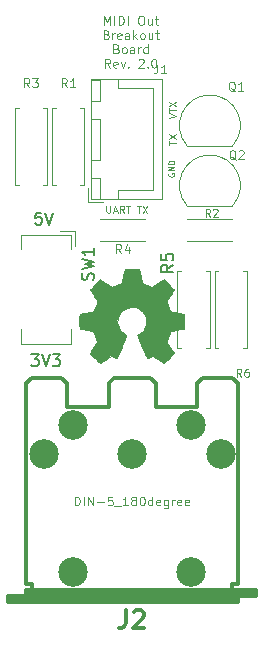
<source format=gbr>
%TF.GenerationSoftware,KiCad,Pcbnew,6.0.8-f2edbf62ab~116~ubuntu20.04.1*%
%TF.CreationDate,2022-11-14T20:46:32+01:00*%
%TF.ProjectId,MIDI_OUT,4d494449-5f4f-4555-942e-6b696361645f,2.0*%
%TF.SameCoordinates,Original*%
%TF.FileFunction,Legend,Top*%
%TF.FilePolarity,Positive*%
%FSLAX46Y46*%
G04 Gerber Fmt 4.6, Leading zero omitted, Abs format (unit mm)*
G04 Created by KiCad (PCBNEW 6.0.8-f2edbf62ab~116~ubuntu20.04.1) date 2022-11-14 20:46:32*
%MOMM*%
%LPD*%
G01*
G04 APERTURE LIST*
%ADD10C,0.125000*%
%ADD11C,0.150000*%
%ADD12C,0.100000*%
%ADD13C,0.304800*%
%ADD14C,0.120000*%
%ADD15C,0.010000*%
%ADD16C,2.499360*%
G04 APERTURE END LIST*
D10*
X77829753Y-58724752D02*
X77805943Y-58772371D01*
X77805943Y-58843800D01*
X77829753Y-58915228D01*
X77877372Y-58962847D01*
X77924991Y-58986657D01*
X78020229Y-59010466D01*
X78091657Y-59010466D01*
X78186895Y-58986657D01*
X78234514Y-58962847D01*
X78282133Y-58915228D01*
X78305943Y-58843800D01*
X78305943Y-58796180D01*
X78282133Y-58724752D01*
X78258324Y-58700942D01*
X78091657Y-58700942D01*
X78091657Y-58796180D01*
X78305943Y-58486657D02*
X77805943Y-58486657D01*
X78305943Y-58200942D01*
X77805943Y-58200942D01*
X78305943Y-57962847D02*
X77805943Y-57962847D01*
X77805943Y-57843800D01*
X77829753Y-57772371D01*
X77877372Y-57724752D01*
X77924991Y-57700942D01*
X78020229Y-57677133D01*
X78091657Y-57677133D01*
X78186895Y-57700942D01*
X78234514Y-57724752D01*
X78282133Y-57772371D01*
X78305943Y-57843800D01*
X78305943Y-57962847D01*
D11*
X67035163Y-62063380D02*
X66558973Y-62063380D01*
X66511354Y-62539571D01*
X66558973Y-62491952D01*
X66654211Y-62444333D01*
X66892306Y-62444333D01*
X66987544Y-62491952D01*
X67035163Y-62539571D01*
X67082782Y-62634809D01*
X67082782Y-62872904D01*
X67035163Y-62968142D01*
X66987544Y-63015761D01*
X66892306Y-63063380D01*
X66654211Y-63063380D01*
X66558973Y-63015761D01*
X66511354Y-62968142D01*
X67368497Y-62063380D02*
X67701830Y-63063380D01*
X68035163Y-62063380D01*
D12*
X77812931Y-56300943D02*
X77812931Y-55958086D01*
X78412931Y-56129515D02*
X77812931Y-56129515D01*
X77812931Y-55815229D02*
X78412931Y-55415229D01*
X77812931Y-55415229D02*
X78412931Y-55815229D01*
X72553040Y-61469628D02*
X72553040Y-61955342D01*
X72581611Y-62012485D01*
X72610182Y-62041057D01*
X72667325Y-62069628D01*
X72781611Y-62069628D01*
X72838754Y-62041057D01*
X72867325Y-62012485D01*
X72895897Y-61955342D01*
X72895897Y-61469628D01*
X73153040Y-61898200D02*
X73438754Y-61898200D01*
X73095897Y-62069628D02*
X73295897Y-61469628D01*
X73495897Y-62069628D01*
X74038754Y-62069628D02*
X73838754Y-61783914D01*
X73695897Y-62069628D02*
X73695897Y-61469628D01*
X73924468Y-61469628D01*
X73981611Y-61498200D01*
X74010182Y-61526771D01*
X74038754Y-61583914D01*
X74038754Y-61669628D01*
X74010182Y-61726771D01*
X73981611Y-61755342D01*
X73924468Y-61783914D01*
X73695897Y-61783914D01*
X74210182Y-61469628D02*
X74553040Y-61469628D01*
X74381611Y-62069628D02*
X74381611Y-61469628D01*
X75124468Y-61469628D02*
X75467325Y-61469628D01*
X75295897Y-62069628D02*
X75295897Y-61469628D01*
X75610182Y-61469628D02*
X76010182Y-62069628D01*
X76010182Y-61469628D02*
X75610182Y-62069628D01*
D11*
X66190744Y-74052180D02*
X66809792Y-74052180D01*
X66476459Y-74433133D01*
X66619316Y-74433133D01*
X66714554Y-74480752D01*
X66762173Y-74528371D01*
X66809792Y-74623609D01*
X66809792Y-74861704D01*
X66762173Y-74956942D01*
X66714554Y-75004561D01*
X66619316Y-75052180D01*
X66333601Y-75052180D01*
X66238363Y-75004561D01*
X66190744Y-74956942D01*
X67095506Y-74052180D02*
X67428840Y-75052180D01*
X67762173Y-74052180D01*
X68000268Y-74052180D02*
X68619316Y-74052180D01*
X68285982Y-74433133D01*
X68428840Y-74433133D01*
X68524078Y-74480752D01*
X68571697Y-74528371D01*
X68619316Y-74623609D01*
X68619316Y-74861704D01*
X68571697Y-74956942D01*
X68524078Y-75004561D01*
X68428840Y-75052180D01*
X68143125Y-75052180D01*
X68047887Y-75004561D01*
X68000268Y-74956942D01*
D12*
X77812931Y-54058086D02*
X78412931Y-53858086D01*
X77812931Y-53658086D01*
X77812931Y-53543801D02*
X77812931Y-53200943D01*
X78412931Y-53372372D02*
X77812931Y-53372372D01*
X77812931Y-53058086D02*
X78412931Y-52658086D01*
X77812931Y-52658086D02*
X78412931Y-53058086D01*
X72377354Y-46153035D02*
X72377354Y-45403035D01*
X72627354Y-45938750D01*
X72877354Y-45403035D01*
X72877354Y-46153035D01*
X73234497Y-46153035D02*
X73234497Y-45403035D01*
X73591640Y-46153035D02*
X73591640Y-45403035D01*
X73770211Y-45403035D01*
X73877354Y-45438750D01*
X73948782Y-45510178D01*
X73984497Y-45581607D01*
X74020211Y-45724464D01*
X74020211Y-45831607D01*
X73984497Y-45974464D01*
X73948782Y-46045892D01*
X73877354Y-46117321D01*
X73770211Y-46153035D01*
X73591640Y-46153035D01*
X74341640Y-46153035D02*
X74341640Y-45403035D01*
X75413068Y-45403035D02*
X75555925Y-45403035D01*
X75627354Y-45438750D01*
X75698782Y-45510178D01*
X75734497Y-45653035D01*
X75734497Y-45903035D01*
X75698782Y-46045892D01*
X75627354Y-46117321D01*
X75555925Y-46153035D01*
X75413068Y-46153035D01*
X75341640Y-46117321D01*
X75270211Y-46045892D01*
X75234497Y-45903035D01*
X75234497Y-45653035D01*
X75270211Y-45510178D01*
X75341640Y-45438750D01*
X75413068Y-45403035D01*
X76377354Y-45653035D02*
X76377354Y-46153035D01*
X76055925Y-45653035D02*
X76055925Y-46045892D01*
X76091640Y-46117321D01*
X76163068Y-46153035D01*
X76270211Y-46153035D01*
X76341640Y-46117321D01*
X76377354Y-46081607D01*
X76627354Y-45653035D02*
X76913068Y-45653035D01*
X76734497Y-45403035D02*
X76734497Y-46045892D01*
X76770211Y-46117321D01*
X76841640Y-46153035D01*
X76913068Y-46153035D01*
X72555925Y-46967678D02*
X72663068Y-47003392D01*
X72698782Y-47039107D01*
X72734497Y-47110535D01*
X72734497Y-47217678D01*
X72698782Y-47289107D01*
X72663068Y-47324821D01*
X72591640Y-47360535D01*
X72305925Y-47360535D01*
X72305925Y-46610535D01*
X72555925Y-46610535D01*
X72627354Y-46646250D01*
X72663068Y-46681964D01*
X72698782Y-46753392D01*
X72698782Y-46824821D01*
X72663068Y-46896250D01*
X72627354Y-46931964D01*
X72555925Y-46967678D01*
X72305925Y-46967678D01*
X73055925Y-47360535D02*
X73055925Y-46860535D01*
X73055925Y-47003392D02*
X73091640Y-46931964D01*
X73127354Y-46896250D01*
X73198782Y-46860535D01*
X73270211Y-46860535D01*
X73805925Y-47324821D02*
X73734497Y-47360535D01*
X73591640Y-47360535D01*
X73520211Y-47324821D01*
X73484497Y-47253392D01*
X73484497Y-46967678D01*
X73520211Y-46896250D01*
X73591640Y-46860535D01*
X73734497Y-46860535D01*
X73805925Y-46896250D01*
X73841640Y-46967678D01*
X73841640Y-47039107D01*
X73484497Y-47110535D01*
X74484497Y-47360535D02*
X74484497Y-46967678D01*
X74448782Y-46896250D01*
X74377354Y-46860535D01*
X74234497Y-46860535D01*
X74163068Y-46896250D01*
X74484497Y-47324821D02*
X74413068Y-47360535D01*
X74234497Y-47360535D01*
X74163068Y-47324821D01*
X74127354Y-47253392D01*
X74127354Y-47181964D01*
X74163068Y-47110535D01*
X74234497Y-47074821D01*
X74413068Y-47074821D01*
X74484497Y-47039107D01*
X74841640Y-47360535D02*
X74841640Y-46610535D01*
X74913068Y-47074821D02*
X75127354Y-47360535D01*
X75127354Y-46860535D02*
X74841640Y-47146250D01*
X75555925Y-47360535D02*
X75484497Y-47324821D01*
X75448782Y-47289107D01*
X75413068Y-47217678D01*
X75413068Y-47003392D01*
X75448782Y-46931964D01*
X75484497Y-46896250D01*
X75555925Y-46860535D01*
X75663068Y-46860535D01*
X75734497Y-46896250D01*
X75770211Y-46931964D01*
X75805925Y-47003392D01*
X75805925Y-47217678D01*
X75770211Y-47289107D01*
X75734497Y-47324821D01*
X75663068Y-47360535D01*
X75555925Y-47360535D01*
X76448782Y-46860535D02*
X76448782Y-47360535D01*
X76127354Y-46860535D02*
X76127354Y-47253392D01*
X76163068Y-47324821D01*
X76234497Y-47360535D01*
X76341640Y-47360535D01*
X76413068Y-47324821D01*
X76448782Y-47289107D01*
X76698782Y-46860535D02*
X76984497Y-46860535D01*
X76805925Y-46610535D02*
X76805925Y-47253392D01*
X76841640Y-47324821D01*
X76913068Y-47360535D01*
X76984497Y-47360535D01*
X73395211Y-48175178D02*
X73502354Y-48210892D01*
X73538068Y-48246607D01*
X73573782Y-48318035D01*
X73573782Y-48425178D01*
X73538068Y-48496607D01*
X73502354Y-48532321D01*
X73430925Y-48568035D01*
X73145211Y-48568035D01*
X73145211Y-47818035D01*
X73395211Y-47818035D01*
X73466640Y-47853750D01*
X73502354Y-47889464D01*
X73538068Y-47960892D01*
X73538068Y-48032321D01*
X73502354Y-48103750D01*
X73466640Y-48139464D01*
X73395211Y-48175178D01*
X73145211Y-48175178D01*
X74002354Y-48568035D02*
X73930925Y-48532321D01*
X73895211Y-48496607D01*
X73859497Y-48425178D01*
X73859497Y-48210892D01*
X73895211Y-48139464D01*
X73930925Y-48103750D01*
X74002354Y-48068035D01*
X74109497Y-48068035D01*
X74180925Y-48103750D01*
X74216640Y-48139464D01*
X74252354Y-48210892D01*
X74252354Y-48425178D01*
X74216640Y-48496607D01*
X74180925Y-48532321D01*
X74109497Y-48568035D01*
X74002354Y-48568035D01*
X74895211Y-48568035D02*
X74895211Y-48175178D01*
X74859497Y-48103750D01*
X74788068Y-48068035D01*
X74645211Y-48068035D01*
X74573782Y-48103750D01*
X74895211Y-48532321D02*
X74823782Y-48568035D01*
X74645211Y-48568035D01*
X74573782Y-48532321D01*
X74538068Y-48460892D01*
X74538068Y-48389464D01*
X74573782Y-48318035D01*
X74645211Y-48282321D01*
X74823782Y-48282321D01*
X74895211Y-48246607D01*
X75252354Y-48568035D02*
X75252354Y-48068035D01*
X75252354Y-48210892D02*
X75288068Y-48139464D01*
X75323782Y-48103750D01*
X75395211Y-48068035D01*
X75466640Y-48068035D01*
X76038068Y-48568035D02*
X76038068Y-47818035D01*
X76038068Y-48532321D02*
X75966640Y-48568035D01*
X75823782Y-48568035D01*
X75752354Y-48532321D01*
X75716640Y-48496607D01*
X75680925Y-48425178D01*
X75680925Y-48210892D01*
X75716640Y-48139464D01*
X75752354Y-48103750D01*
X75823782Y-48068035D01*
X75966640Y-48068035D01*
X76038068Y-48103750D01*
X72859497Y-49775535D02*
X72609497Y-49418392D01*
X72430925Y-49775535D02*
X72430925Y-49025535D01*
X72716640Y-49025535D01*
X72788068Y-49061250D01*
X72823782Y-49096964D01*
X72859497Y-49168392D01*
X72859497Y-49275535D01*
X72823782Y-49346964D01*
X72788068Y-49382678D01*
X72716640Y-49418392D01*
X72430925Y-49418392D01*
X73466640Y-49739821D02*
X73395211Y-49775535D01*
X73252354Y-49775535D01*
X73180925Y-49739821D01*
X73145211Y-49668392D01*
X73145211Y-49382678D01*
X73180925Y-49311250D01*
X73252354Y-49275535D01*
X73395211Y-49275535D01*
X73466640Y-49311250D01*
X73502354Y-49382678D01*
X73502354Y-49454107D01*
X73145211Y-49525535D01*
X73752354Y-49275535D02*
X73930925Y-49775535D01*
X74109497Y-49275535D01*
X74395211Y-49704107D02*
X74430925Y-49739821D01*
X74395211Y-49775535D01*
X74359497Y-49739821D01*
X74395211Y-49704107D01*
X74395211Y-49775535D01*
X75288068Y-49096964D02*
X75323782Y-49061250D01*
X75395211Y-49025535D01*
X75573782Y-49025535D01*
X75645211Y-49061250D01*
X75680925Y-49096964D01*
X75716640Y-49168392D01*
X75716640Y-49239821D01*
X75680925Y-49346964D01*
X75252354Y-49775535D01*
X75716640Y-49775535D01*
X76038068Y-49704107D02*
X76073782Y-49739821D01*
X76038068Y-49775535D01*
X76002354Y-49739821D01*
X76038068Y-49704107D01*
X76038068Y-49775535D01*
X76538068Y-49025535D02*
X76609497Y-49025535D01*
X76680925Y-49061250D01*
X76716640Y-49096964D01*
X76752354Y-49168392D01*
X76788068Y-49311250D01*
X76788068Y-49489821D01*
X76752354Y-49632678D01*
X76716640Y-49704107D01*
X76680925Y-49739821D01*
X76609497Y-49775535D01*
X76538068Y-49775535D01*
X76466640Y-49739821D01*
X76430925Y-49704107D01*
X76395211Y-49632678D01*
X76359497Y-49489821D01*
X76359497Y-49311250D01*
X76395211Y-49168392D01*
X76430925Y-49096964D01*
X76466640Y-49061250D01*
X76538068Y-49025535D01*
%TO.C,Q2*%
X83511811Y-57586114D02*
X83440382Y-57550400D01*
X83368954Y-57478971D01*
X83261811Y-57371828D01*
X83190382Y-57336114D01*
X83118954Y-57336114D01*
X83154668Y-57514685D02*
X83083240Y-57478971D01*
X83011811Y-57407542D01*
X82976097Y-57264685D01*
X82976097Y-57014685D01*
X83011811Y-56871828D01*
X83083240Y-56800400D01*
X83154668Y-56764685D01*
X83297525Y-56764685D01*
X83368954Y-56800400D01*
X83440382Y-56871828D01*
X83476097Y-57014685D01*
X83476097Y-57264685D01*
X83440382Y-57407542D01*
X83368954Y-57478971D01*
X83297525Y-57514685D01*
X83154668Y-57514685D01*
X83761811Y-56836114D02*
X83797525Y-56800400D01*
X83868954Y-56764685D01*
X84047525Y-56764685D01*
X84118954Y-56800400D01*
X84154668Y-56836114D01*
X84190382Y-56907542D01*
X84190382Y-56978971D01*
X84154668Y-57086114D01*
X83726097Y-57514685D01*
X84190382Y-57514685D01*
%TO.C,R6*%
X83974573Y-75957866D02*
X83741240Y-75624533D01*
X83574573Y-75957866D02*
X83574573Y-75257866D01*
X83841240Y-75257866D01*
X83907906Y-75291200D01*
X83941240Y-75324533D01*
X83974573Y-75391200D01*
X83974573Y-75491200D01*
X83941240Y-75557866D01*
X83907906Y-75591200D01*
X83841240Y-75624533D01*
X83574573Y-75624533D01*
X84574573Y-75257866D02*
X84441240Y-75257866D01*
X84374573Y-75291200D01*
X84341240Y-75324533D01*
X84274573Y-75424533D01*
X84241240Y-75557866D01*
X84241240Y-75824533D01*
X84274573Y-75891200D01*
X84307906Y-75924533D01*
X84374573Y-75957866D01*
X84507906Y-75957866D01*
X84574573Y-75924533D01*
X84607906Y-75891200D01*
X84641240Y-75824533D01*
X84641240Y-75657866D01*
X84607906Y-75591200D01*
X84574573Y-75557866D01*
X84507906Y-75524533D01*
X84374573Y-75524533D01*
X84307906Y-75557866D01*
X84274573Y-75591200D01*
X84241240Y-75657866D01*
D13*
%TO.C,J2*%
X74218800Y-95687968D02*
X74218800Y-96776540D01*
X74146228Y-96994254D01*
X74001085Y-97139397D01*
X73783371Y-97211968D01*
X73638228Y-97211968D01*
X74871942Y-95833111D02*
X74944514Y-95760540D01*
X75089657Y-95687968D01*
X75452514Y-95687968D01*
X75597657Y-95760540D01*
X75670228Y-95833111D01*
X75742800Y-95978254D01*
X75742800Y-96123397D01*
X75670228Y-96341111D01*
X74799371Y-97211968D01*
X75742800Y-97211968D01*
D12*
X69871811Y-86849689D02*
X69871811Y-86099689D01*
X70050382Y-86099689D01*
X70157525Y-86135404D01*
X70228954Y-86206832D01*
X70264668Y-86278261D01*
X70300382Y-86421118D01*
X70300382Y-86528261D01*
X70264668Y-86671118D01*
X70228954Y-86742546D01*
X70157525Y-86813975D01*
X70050382Y-86849689D01*
X69871811Y-86849689D01*
X70621811Y-86849689D02*
X70621811Y-86099689D01*
X70978954Y-86849689D02*
X70978954Y-86099689D01*
X71407525Y-86849689D01*
X71407525Y-86099689D01*
X71764668Y-86563975D02*
X72336097Y-86563975D01*
X73050382Y-86099689D02*
X72693240Y-86099689D01*
X72657525Y-86456832D01*
X72693240Y-86421118D01*
X72764668Y-86385404D01*
X72943240Y-86385404D01*
X73014668Y-86421118D01*
X73050382Y-86456832D01*
X73086097Y-86528261D01*
X73086097Y-86706832D01*
X73050382Y-86778261D01*
X73014668Y-86813975D01*
X72943240Y-86849689D01*
X72764668Y-86849689D01*
X72693240Y-86813975D01*
X72657525Y-86778261D01*
X73228954Y-86921118D02*
X73800382Y-86921118D01*
X74371811Y-86849689D02*
X73943240Y-86849689D01*
X74157525Y-86849689D02*
X74157525Y-86099689D01*
X74086097Y-86206832D01*
X74014668Y-86278261D01*
X73943240Y-86313975D01*
X74800382Y-86421118D02*
X74728954Y-86385404D01*
X74693240Y-86349689D01*
X74657525Y-86278261D01*
X74657525Y-86242546D01*
X74693240Y-86171118D01*
X74728954Y-86135404D01*
X74800382Y-86099689D01*
X74943240Y-86099689D01*
X75014668Y-86135404D01*
X75050382Y-86171118D01*
X75086097Y-86242546D01*
X75086097Y-86278261D01*
X75050382Y-86349689D01*
X75014668Y-86385404D01*
X74943240Y-86421118D01*
X74800382Y-86421118D01*
X74728954Y-86456832D01*
X74693240Y-86492546D01*
X74657525Y-86563975D01*
X74657525Y-86706832D01*
X74693240Y-86778261D01*
X74728954Y-86813975D01*
X74800382Y-86849689D01*
X74943240Y-86849689D01*
X75014668Y-86813975D01*
X75050382Y-86778261D01*
X75086097Y-86706832D01*
X75086097Y-86563975D01*
X75050382Y-86492546D01*
X75014668Y-86456832D01*
X74943240Y-86421118D01*
X75550382Y-86099689D02*
X75621811Y-86099689D01*
X75693240Y-86135404D01*
X75728954Y-86171118D01*
X75764668Y-86242546D01*
X75800382Y-86385404D01*
X75800382Y-86563975D01*
X75764668Y-86706832D01*
X75728954Y-86778261D01*
X75693240Y-86813975D01*
X75621811Y-86849689D01*
X75550382Y-86849689D01*
X75478954Y-86813975D01*
X75443240Y-86778261D01*
X75407525Y-86706832D01*
X75371811Y-86563975D01*
X75371811Y-86385404D01*
X75407525Y-86242546D01*
X75443240Y-86171118D01*
X75478954Y-86135404D01*
X75550382Y-86099689D01*
X76443240Y-86849689D02*
X76443240Y-86099689D01*
X76443240Y-86813975D02*
X76371811Y-86849689D01*
X76228954Y-86849689D01*
X76157525Y-86813975D01*
X76121811Y-86778261D01*
X76086097Y-86706832D01*
X76086097Y-86492546D01*
X76121811Y-86421118D01*
X76157525Y-86385404D01*
X76228954Y-86349689D01*
X76371811Y-86349689D01*
X76443240Y-86385404D01*
X77086097Y-86813975D02*
X77014668Y-86849689D01*
X76871811Y-86849689D01*
X76800382Y-86813975D01*
X76764668Y-86742546D01*
X76764668Y-86456832D01*
X76800382Y-86385404D01*
X76871811Y-86349689D01*
X77014668Y-86349689D01*
X77086097Y-86385404D01*
X77121811Y-86456832D01*
X77121811Y-86528261D01*
X76764668Y-86599689D01*
X77764668Y-86349689D02*
X77764668Y-86956832D01*
X77728954Y-87028261D01*
X77693240Y-87063975D01*
X77621811Y-87099689D01*
X77514668Y-87099689D01*
X77443240Y-87063975D01*
X77764668Y-86813975D02*
X77693240Y-86849689D01*
X77550382Y-86849689D01*
X77478954Y-86813975D01*
X77443240Y-86778261D01*
X77407525Y-86706832D01*
X77407525Y-86492546D01*
X77443240Y-86421118D01*
X77478954Y-86385404D01*
X77550382Y-86349689D01*
X77693240Y-86349689D01*
X77764668Y-86385404D01*
X78121811Y-86849689D02*
X78121811Y-86349689D01*
X78121811Y-86492546D02*
X78157525Y-86421118D01*
X78193240Y-86385404D01*
X78264668Y-86349689D01*
X78336097Y-86349689D01*
X78871811Y-86813975D02*
X78800382Y-86849689D01*
X78657525Y-86849689D01*
X78586097Y-86813975D01*
X78550382Y-86742546D01*
X78550382Y-86456832D01*
X78586097Y-86385404D01*
X78657525Y-86349689D01*
X78800382Y-86349689D01*
X78871811Y-86385404D01*
X78907525Y-86456832D01*
X78907525Y-86528261D01*
X78550382Y-86599689D01*
X79514668Y-86813975D02*
X79443240Y-86849689D01*
X79300382Y-86849689D01*
X79228954Y-86813975D01*
X79193240Y-86742546D01*
X79193240Y-86456832D01*
X79228954Y-86385404D01*
X79300382Y-86349689D01*
X79443240Y-86349689D01*
X79514668Y-86385404D01*
X79550382Y-86456832D01*
X79550382Y-86528261D01*
X79193240Y-86599689D01*
%TO.C,R3*%
X66033840Y-51444085D02*
X65783840Y-51086942D01*
X65605268Y-51444085D02*
X65605268Y-50694085D01*
X65890982Y-50694085D01*
X65962411Y-50729800D01*
X65998125Y-50765514D01*
X66033840Y-50836942D01*
X66033840Y-50944085D01*
X65998125Y-51015514D01*
X65962411Y-51051228D01*
X65890982Y-51086942D01*
X65605268Y-51086942D01*
X66283840Y-50694085D02*
X66748125Y-50694085D01*
X66498125Y-50979800D01*
X66605268Y-50979800D01*
X66676697Y-51015514D01*
X66712411Y-51051228D01*
X66748125Y-51122657D01*
X66748125Y-51301228D01*
X66712411Y-51372657D01*
X66676697Y-51408371D01*
X66605268Y-51444085D01*
X66390982Y-51444085D01*
X66319554Y-51408371D01*
X66283840Y-51372657D01*
%TO.C,R1*%
X69183440Y-51444085D02*
X68933440Y-51086942D01*
X68754868Y-51444085D02*
X68754868Y-50694085D01*
X69040582Y-50694085D01*
X69112011Y-50729800D01*
X69147725Y-50765514D01*
X69183440Y-50836942D01*
X69183440Y-50944085D01*
X69147725Y-51015514D01*
X69112011Y-51051228D01*
X69040582Y-51086942D01*
X68754868Y-51086942D01*
X69897725Y-51444085D02*
X69469154Y-51444085D01*
X69683440Y-51444085D02*
X69683440Y-50694085D01*
X69612011Y-50801228D01*
X69540582Y-50872657D01*
X69469154Y-50908371D01*
%TO.C,R2*%
X81336749Y-62397047D02*
X81120083Y-62087523D01*
X80965321Y-62397047D02*
X80965321Y-61747047D01*
X81212940Y-61747047D01*
X81274844Y-61778000D01*
X81305797Y-61808952D01*
X81336749Y-61870857D01*
X81336749Y-61963714D01*
X81305797Y-62025619D01*
X81274844Y-62056571D01*
X81212940Y-62087523D01*
X80965321Y-62087523D01*
X81584368Y-61808952D02*
X81615321Y-61778000D01*
X81677225Y-61747047D01*
X81831987Y-61747047D01*
X81893892Y-61778000D01*
X81924844Y-61808952D01*
X81955797Y-61870857D01*
X81955797Y-61932761D01*
X81924844Y-62025619D01*
X81553416Y-62397047D01*
X81955797Y-62397047D01*
D11*
%TO.C,R5*%
X78193620Y-66486066D02*
X77717430Y-66819400D01*
X78193620Y-67057495D02*
X77193620Y-67057495D01*
X77193620Y-66676542D01*
X77241240Y-66581304D01*
X77288859Y-66533685D01*
X77384097Y-66486066D01*
X77526954Y-66486066D01*
X77622192Y-66533685D01*
X77669811Y-66581304D01*
X77717430Y-66676542D01*
X77717430Y-67057495D01*
X77193620Y-65581304D02*
X77193620Y-66057495D01*
X77669811Y-66105114D01*
X77622192Y-66057495D01*
X77574573Y-65962257D01*
X77574573Y-65724161D01*
X77622192Y-65628923D01*
X77669811Y-65581304D01*
X77765049Y-65533685D01*
X78003144Y-65533685D01*
X78098382Y-65581304D01*
X78146001Y-65628923D01*
X78193620Y-65724161D01*
X78193620Y-65962257D01*
X78146001Y-66057495D01*
X78098382Y-66105114D01*
D12*
%TO.C,Q1*%
X83461011Y-51794914D02*
X83389582Y-51759200D01*
X83318154Y-51687771D01*
X83211011Y-51580628D01*
X83139582Y-51544914D01*
X83068154Y-51544914D01*
X83103868Y-51723485D02*
X83032440Y-51687771D01*
X82961011Y-51616342D01*
X82925297Y-51473485D01*
X82925297Y-51223485D01*
X82961011Y-51080628D01*
X83032440Y-51009200D01*
X83103868Y-50973485D01*
X83246725Y-50973485D01*
X83318154Y-51009200D01*
X83389582Y-51080628D01*
X83425297Y-51223485D01*
X83425297Y-51473485D01*
X83389582Y-51616342D01*
X83318154Y-51687771D01*
X83246725Y-51723485D01*
X83103868Y-51723485D01*
X84139582Y-51723485D02*
X83711011Y-51723485D01*
X83925297Y-51723485D02*
X83925297Y-50973485D01*
X83853868Y-51080628D01*
X83782440Y-51152057D01*
X83711011Y-51187771D01*
D11*
%TO.C,SW1*%
X71415001Y-67754333D02*
X71462620Y-67611476D01*
X71462620Y-67373380D01*
X71415001Y-67278142D01*
X71367382Y-67230523D01*
X71272144Y-67182904D01*
X71176906Y-67182904D01*
X71081668Y-67230523D01*
X71034049Y-67278142D01*
X70986430Y-67373380D01*
X70938811Y-67563857D01*
X70891192Y-67659095D01*
X70843573Y-67706714D01*
X70748335Y-67754333D01*
X70653097Y-67754333D01*
X70557859Y-67706714D01*
X70510240Y-67659095D01*
X70462620Y-67563857D01*
X70462620Y-67325761D01*
X70510240Y-67182904D01*
X70462620Y-66849571D02*
X71462620Y-66611476D01*
X70748335Y-66421000D01*
X71462620Y-66230523D01*
X70462620Y-65992428D01*
X71462620Y-65087666D02*
X71462620Y-65659095D01*
X71462620Y-65373380D02*
X70462620Y-65373380D01*
X70605478Y-65468619D01*
X70700716Y-65563857D01*
X70748335Y-65659095D01*
D12*
%TO.C,J1*%
X76856240Y-49525685D02*
X76856240Y-50061400D01*
X76820525Y-50168542D01*
X76749097Y-50239971D01*
X76641954Y-50275685D01*
X76570525Y-50275685D01*
X77606240Y-50275685D02*
X77177668Y-50275685D01*
X77391954Y-50275685D02*
X77391954Y-49525685D01*
X77320525Y-49632828D01*
X77249097Y-49704257D01*
X77177668Y-49739971D01*
%TO.C,R4*%
X73806240Y-65490285D02*
X73556240Y-65133142D01*
X73377668Y-65490285D02*
X73377668Y-64740285D01*
X73663382Y-64740285D01*
X73734811Y-64776000D01*
X73770525Y-64811714D01*
X73806240Y-64883142D01*
X73806240Y-64990285D01*
X73770525Y-65061714D01*
X73734811Y-65097428D01*
X73663382Y-65133142D01*
X73377668Y-65133142D01*
X74449097Y-64990285D02*
X74449097Y-65490285D01*
X74270525Y-64704571D02*
X74091954Y-65240285D01*
X74556240Y-65240285D01*
D14*
%TO.C,Q2*%
X79372640Y-61459000D02*
X83222640Y-61459000D01*
X83261251Y-61449122D02*
G75*
G03*
X79372640Y-61459000I-1948611J1690122D01*
G01*
%TO.C,R6*%
X82035240Y-66998461D02*
X81705240Y-66998461D01*
X81705240Y-73538461D02*
X82035240Y-73538461D01*
X84115240Y-66998461D02*
X84445240Y-66998461D01*
X84445240Y-66998461D02*
X84445240Y-73538461D01*
X84445240Y-73538461D02*
X84115240Y-73538461D01*
X81705240Y-66998461D02*
X81705240Y-73538461D01*
D13*
%TO.C,J2*%
X80225900Y-78521560D02*
X76725780Y-78521560D01*
X72727820Y-76522580D02*
X72727820Y-78521560D01*
X64226440Y-94521020D02*
X65727580Y-94521020D01*
X80225900Y-76522580D02*
X80225900Y-78521560D01*
X80726280Y-76022200D02*
X80225900Y-76522580D01*
X83726020Y-76522580D02*
X83225640Y-76022200D01*
X83726020Y-95021400D02*
X64226440Y-95021400D01*
X64226440Y-95021400D02*
X64226440Y-94521020D01*
X64226440Y-94772480D02*
X83726020Y-94772480D01*
X83726020Y-93522800D02*
X83225640Y-93522800D01*
X65727580Y-76522580D02*
X65727580Y-93522800D01*
X68727320Y-76022200D02*
X69227700Y-76522580D01*
X66227960Y-76022200D02*
X68727320Y-76022200D01*
X65727580Y-93522800D02*
X66227960Y-93522800D01*
X65727580Y-94272100D02*
X85227160Y-94272100D01*
X76227940Y-76022200D02*
X76725780Y-76522580D01*
X83225640Y-94020640D02*
X83225640Y-93522800D01*
X81226660Y-76022200D02*
X80726280Y-76022200D01*
X85227160Y-94020640D02*
X85227160Y-94521020D01*
X73225660Y-76022200D02*
X76227940Y-76022200D01*
X73225660Y-76022200D02*
X72727820Y-76522580D01*
X66227960Y-93522800D02*
X66227960Y-94020640D01*
X69227700Y-78521560D02*
X72727820Y-78521560D01*
X76725780Y-76522580D02*
X76725780Y-78521560D01*
X83726020Y-76522580D02*
X83726020Y-93522800D01*
X69227700Y-76522580D02*
X69227700Y-78521560D01*
X85227160Y-94521020D02*
X83726020Y-94521020D01*
X83726020Y-94521020D02*
X83726020Y-95021400D01*
X83726020Y-94521020D02*
X65727580Y-94521020D01*
X65727580Y-94521020D02*
X65727580Y-94020640D01*
X65727580Y-76522580D02*
X66227960Y-76022200D01*
X83225640Y-76022200D02*
X81226660Y-76022200D01*
X65727580Y-94020640D02*
X85227160Y-94020640D01*
D14*
%TO.C,R3*%
X67528840Y-53168800D02*
X67198840Y-53168800D01*
X64788840Y-53168800D02*
X65118840Y-53168800D01*
X67198840Y-59708800D02*
X67528840Y-59708800D01*
X65118840Y-59708800D02*
X64788840Y-59708800D01*
X67528840Y-59708800D02*
X67528840Y-53168800D01*
X64788840Y-59708800D02*
X64788840Y-53168800D01*
%TO.C,R1*%
X70348440Y-59708800D02*
X70678440Y-59708800D01*
X67938440Y-59708800D02*
X67938440Y-53168800D01*
X67938440Y-53168800D02*
X68268440Y-53168800D01*
X70678440Y-53168800D02*
X70348440Y-53168800D01*
X70678440Y-59708800D02*
X70678440Y-53168800D01*
X68268440Y-59708800D02*
X67938440Y-59708800D01*
%TO.C,R2*%
X83217240Y-64470800D02*
X79377240Y-64470800D01*
X83217240Y-62630800D02*
X79377240Y-62630800D01*
%TO.C,R5*%
X78555640Y-66998461D02*
X78555640Y-73538461D01*
X81295640Y-73538461D02*
X80965640Y-73538461D01*
X78885640Y-66998461D02*
X78555640Y-66998461D01*
X80965640Y-66998461D02*
X81295640Y-66998461D01*
X81295640Y-66998461D02*
X81295640Y-73538461D01*
X78555640Y-73538461D02*
X78885640Y-73538461D01*
%TO.C,Q1*%
X79372640Y-56379000D02*
X83222640Y-56379000D01*
X83261251Y-56369122D02*
G75*
G03*
X79372640Y-56379000I-1948611J1690122D01*
G01*
%TO.C,REF\u002A\u002A*%
G36*
X75439776Y-67441027D02*
G01*
X75552358Y-68038218D01*
X75967771Y-68209465D01*
X76383185Y-68380712D01*
X76881542Y-68041833D01*
X77021109Y-67947477D01*
X77147269Y-67863230D01*
X77254136Y-67792938D01*
X77335823Y-67740447D01*
X77386442Y-67709604D01*
X77400227Y-67702953D01*
X77425061Y-67720058D01*
X77478129Y-67767344D01*
X77553481Y-67838772D01*
X77645170Y-67928300D01*
X77747248Y-68029889D01*
X77853767Y-68137498D01*
X77958777Y-68245087D01*
X78056332Y-68346615D01*
X78140483Y-68436041D01*
X78205281Y-68507326D01*
X78244778Y-68554428D01*
X78254221Y-68570192D01*
X78240632Y-68599253D01*
X78202534Y-68662921D01*
X78143934Y-68754967D01*
X78068838Y-68869164D01*
X77981249Y-68999284D01*
X77930495Y-69073501D01*
X77837986Y-69209022D01*
X77755781Y-69331316D01*
X77687871Y-69434295D01*
X77638241Y-69511873D01*
X77610881Y-69557961D01*
X77606770Y-69567647D01*
X77616090Y-69595174D01*
X77641495Y-69659328D01*
X77679152Y-69751090D01*
X77725227Y-69861439D01*
X77775887Y-69981355D01*
X77827300Y-70101819D01*
X77875630Y-70213809D01*
X77917047Y-70308307D01*
X77947715Y-70376292D01*
X77963802Y-70408743D01*
X77964752Y-70410020D01*
X77990013Y-70416217D01*
X78057286Y-70430040D01*
X78159601Y-70450132D01*
X78289982Y-70475134D01*
X78441457Y-70503686D01*
X78529834Y-70520151D01*
X78691693Y-70550969D01*
X78837890Y-70580294D01*
X78961028Y-70606521D01*
X79053710Y-70628046D01*
X79108542Y-70643265D01*
X79119564Y-70648093D01*
X79130359Y-70680774D01*
X79139070Y-70754585D01*
X79145701Y-70860892D01*
X79150259Y-70991067D01*
X79152750Y-71136476D01*
X79153179Y-71288490D01*
X79151552Y-71438477D01*
X79147876Y-71577806D01*
X79142156Y-71697845D01*
X79134398Y-71789965D01*
X79124609Y-71845532D01*
X79118737Y-71857100D01*
X79083640Y-71870965D01*
X79009269Y-71890788D01*
X78905464Y-71914239D01*
X78782060Y-71938991D01*
X78738982Y-71946998D01*
X78531288Y-71985041D01*
X78367225Y-72015679D01*
X78241371Y-72040129D01*
X78148306Y-72059609D01*
X78082608Y-72075336D01*
X78038858Y-72088528D01*
X78011633Y-72100404D01*
X77995513Y-72112180D01*
X77993258Y-72114508D01*
X77970744Y-72152000D01*
X77936399Y-72224965D01*
X77893652Y-72324467D01*
X77845933Y-72441573D01*
X77796671Y-72567348D01*
X77749296Y-72692857D01*
X77707236Y-72809165D01*
X77673921Y-72907339D01*
X77652782Y-72978443D01*
X77647246Y-73013542D01*
X77647707Y-73014772D01*
X77666464Y-73043461D01*
X77709017Y-73106585D01*
X77770894Y-73197573D01*
X77847623Y-73309855D01*
X77934732Y-73436860D01*
X77959539Y-73472953D01*
X78047993Y-73603803D01*
X78125829Y-73723191D01*
X78188807Y-73824262D01*
X78232686Y-73900159D01*
X78253226Y-73944027D01*
X78254221Y-73949417D01*
X78236963Y-73977744D01*
X78189276Y-74033861D01*
X78117291Y-74111737D01*
X78027138Y-74205340D01*
X77924946Y-74308641D01*
X77816846Y-74415606D01*
X77708969Y-74520206D01*
X77607445Y-74616409D01*
X77518403Y-74698184D01*
X77447974Y-74759500D01*
X77402288Y-74794326D01*
X77389650Y-74800012D01*
X77360232Y-74786620D01*
X77300002Y-74750499D01*
X77218770Y-74697736D01*
X77156271Y-74655267D01*
X77043026Y-74577340D01*
X76908915Y-74485584D01*
X76774396Y-74393975D01*
X76702074Y-74344946D01*
X76457279Y-74179370D01*
X76251791Y-74290475D01*
X76158177Y-74339148D01*
X76078571Y-74376981D01*
X76024708Y-74398558D01*
X76010998Y-74401561D01*
X75994511Y-74379393D01*
X75961986Y-74316749D01*
X75915849Y-74219409D01*
X75858531Y-74093149D01*
X75792457Y-73943750D01*
X75720056Y-73776988D01*
X75643757Y-73598642D01*
X75565987Y-73414491D01*
X75489175Y-73230312D01*
X75415747Y-73051885D01*
X75348133Y-72884987D01*
X75288761Y-72735397D01*
X75240057Y-72608893D01*
X75204451Y-72511254D01*
X75184371Y-72448257D01*
X75181141Y-72426621D01*
X75206737Y-72399024D01*
X75262779Y-72354225D01*
X75337552Y-72301534D01*
X75343828Y-72297365D01*
X75537086Y-72142669D01*
X75692915Y-71962191D01*
X75809965Y-71761702D01*
X75886886Y-71546974D01*
X75922327Y-71323777D01*
X75914938Y-71097881D01*
X75863368Y-70875059D01*
X75766267Y-70661079D01*
X75737699Y-70614264D01*
X75589109Y-70425218D01*
X75413568Y-70273412D01*
X75217151Y-70159634D01*
X75005934Y-70084675D01*
X74785994Y-70049322D01*
X74563404Y-70054367D01*
X74344242Y-70100599D01*
X74134583Y-70188806D01*
X73940502Y-70319779D01*
X73880467Y-70372937D01*
X73727676Y-70539339D01*
X73616338Y-70714512D01*
X73539964Y-70910866D01*
X73497428Y-71105317D01*
X73486927Y-71323942D01*
X73521941Y-71543652D01*
X73598914Y-71757020D01*
X73714288Y-71956622D01*
X73864506Y-72135029D01*
X74046014Y-72284817D01*
X74069868Y-72300606D01*
X74145442Y-72352312D01*
X74202892Y-72397112D01*
X74230358Y-72425717D01*
X74230758Y-72426621D01*
X74224861Y-72457564D01*
X74201486Y-72527791D01*
X74163062Y-72631525D01*
X74112018Y-72762990D01*
X74050783Y-72916407D01*
X73981785Y-73086001D01*
X73907454Y-73265993D01*
X73830219Y-73450608D01*
X73752509Y-73634068D01*
X73676752Y-73810596D01*
X73605378Y-73974414D01*
X73540815Y-74119747D01*
X73485493Y-74240817D01*
X73441841Y-74331847D01*
X73412287Y-74387060D01*
X73400385Y-74401561D01*
X73364018Y-74390269D01*
X73295971Y-74359985D01*
X73207977Y-74316120D01*
X73159591Y-74290475D01*
X72954104Y-74179370D01*
X72709309Y-74344946D01*
X72584347Y-74429770D01*
X72447536Y-74523116D01*
X72319329Y-74611008D01*
X72255112Y-74655267D01*
X72164792Y-74715918D01*
X72088312Y-74763981D01*
X72035648Y-74793370D01*
X72018543Y-74799582D01*
X71993646Y-74782823D01*
X71938546Y-74736036D01*
X71858584Y-74664080D01*
X71759101Y-74571812D01*
X71645441Y-74464090D01*
X71573556Y-74394926D01*
X71447792Y-74271357D01*
X71339104Y-74160834D01*
X71251886Y-74068085D01*
X71190530Y-73997837D01*
X71159432Y-73954820D01*
X71156449Y-73946090D01*
X71170294Y-73912884D01*
X71208553Y-73845742D01*
X71266982Y-73751463D01*
X71341338Y-73636845D01*
X71427376Y-73508683D01*
X71451843Y-73472953D01*
X71540995Y-73343089D01*
X71620979Y-73226169D01*
X71687321Y-73128762D01*
X71735552Y-73057439D01*
X71761198Y-73018770D01*
X71763676Y-73014772D01*
X71759970Y-72983955D01*
X71740302Y-72916199D01*
X71708101Y-72820439D01*
X71666796Y-72705609D01*
X71619816Y-72580644D01*
X71570590Y-72454479D01*
X71522549Y-72336048D01*
X71479122Y-72234285D01*
X71443737Y-72158126D01*
X71419825Y-72116504D01*
X71418125Y-72114508D01*
X71403503Y-72102613D01*
X71378806Y-72090850D01*
X71338613Y-72078001D01*
X71277504Y-72062849D01*
X71190058Y-72044176D01*
X71070853Y-72020765D01*
X70914468Y-71991397D01*
X70715484Y-71954855D01*
X70672401Y-71946998D01*
X70544711Y-71922327D01*
X70433394Y-71898193D01*
X70348286Y-71876924D01*
X70299224Y-71860848D01*
X70292646Y-71857100D01*
X70281805Y-71823873D01*
X70272994Y-71749621D01*
X70266217Y-71642976D01*
X70261481Y-71512567D01*
X70258791Y-71367027D01*
X70258154Y-71214986D01*
X70259575Y-71065076D01*
X70263061Y-70925928D01*
X70268617Y-70806172D01*
X70276249Y-70714441D01*
X70285963Y-70659366D01*
X70291819Y-70648093D01*
X70324421Y-70636723D01*
X70398659Y-70618224D01*
X70507137Y-70594202D01*
X70642458Y-70566262D01*
X70797226Y-70536008D01*
X70881548Y-70520151D01*
X71041537Y-70490244D01*
X71184208Y-70463150D01*
X71302589Y-70440231D01*
X71389706Y-70422843D01*
X71438586Y-70412347D01*
X71446631Y-70410020D01*
X71460228Y-70383786D01*
X71488970Y-70320595D01*
X71529026Y-70229477D01*
X71576565Y-70119457D01*
X71627756Y-69999565D01*
X71678767Y-69878827D01*
X71725767Y-69766271D01*
X71764925Y-69670926D01*
X71792410Y-69601817D01*
X71804390Y-69567974D01*
X71804613Y-69566495D01*
X71791032Y-69539797D01*
X71752956Y-69478360D01*
X71694388Y-69388289D01*
X71619329Y-69275690D01*
X71531781Y-69146670D01*
X71480888Y-69072561D01*
X71388150Y-68936677D01*
X71305782Y-68813309D01*
X71237802Y-68708697D01*
X71188229Y-68629083D01*
X71161083Y-68580707D01*
X71157162Y-68569862D01*
X71174016Y-68544620D01*
X71220609Y-68490724D01*
X71290989Y-68414213D01*
X71379206Y-68321123D01*
X71479306Y-68217495D01*
X71585339Y-68109364D01*
X71691352Y-68002770D01*
X71791393Y-67903750D01*
X71879511Y-67818342D01*
X71949754Y-67752585D01*
X71996169Y-67712516D01*
X72011697Y-67702953D01*
X72036980Y-67716400D01*
X72097452Y-67754175D01*
X72187233Y-67812435D01*
X72300444Y-67887334D01*
X72431204Y-67975025D01*
X72529840Y-68041833D01*
X73028198Y-68380712D01*
X73443611Y-68209465D01*
X73859025Y-68038218D01*
X73971607Y-67441027D01*
X74084190Y-66843835D01*
X75327193Y-66843835D01*
X75439776Y-67441027D01*
G37*
D15*
X75439776Y-67441027D02*
X75552358Y-68038218D01*
X75967771Y-68209465D01*
X76383185Y-68380712D01*
X76881542Y-68041833D01*
X77021109Y-67947477D01*
X77147269Y-67863230D01*
X77254136Y-67792938D01*
X77335823Y-67740447D01*
X77386442Y-67709604D01*
X77400227Y-67702953D01*
X77425061Y-67720058D01*
X77478129Y-67767344D01*
X77553481Y-67838772D01*
X77645170Y-67928300D01*
X77747248Y-68029889D01*
X77853767Y-68137498D01*
X77958777Y-68245087D01*
X78056332Y-68346615D01*
X78140483Y-68436041D01*
X78205281Y-68507326D01*
X78244778Y-68554428D01*
X78254221Y-68570192D01*
X78240632Y-68599253D01*
X78202534Y-68662921D01*
X78143934Y-68754967D01*
X78068838Y-68869164D01*
X77981249Y-68999284D01*
X77930495Y-69073501D01*
X77837986Y-69209022D01*
X77755781Y-69331316D01*
X77687871Y-69434295D01*
X77638241Y-69511873D01*
X77610881Y-69557961D01*
X77606770Y-69567647D01*
X77616090Y-69595174D01*
X77641495Y-69659328D01*
X77679152Y-69751090D01*
X77725227Y-69861439D01*
X77775887Y-69981355D01*
X77827300Y-70101819D01*
X77875630Y-70213809D01*
X77917047Y-70308307D01*
X77947715Y-70376292D01*
X77963802Y-70408743D01*
X77964752Y-70410020D01*
X77990013Y-70416217D01*
X78057286Y-70430040D01*
X78159601Y-70450132D01*
X78289982Y-70475134D01*
X78441457Y-70503686D01*
X78529834Y-70520151D01*
X78691693Y-70550969D01*
X78837890Y-70580294D01*
X78961028Y-70606521D01*
X79053710Y-70628046D01*
X79108542Y-70643265D01*
X79119564Y-70648093D01*
X79130359Y-70680774D01*
X79139070Y-70754585D01*
X79145701Y-70860892D01*
X79150259Y-70991067D01*
X79152750Y-71136476D01*
X79153179Y-71288490D01*
X79151552Y-71438477D01*
X79147876Y-71577806D01*
X79142156Y-71697845D01*
X79134398Y-71789965D01*
X79124609Y-71845532D01*
X79118737Y-71857100D01*
X79083640Y-71870965D01*
X79009269Y-71890788D01*
X78905464Y-71914239D01*
X78782060Y-71938991D01*
X78738982Y-71946998D01*
X78531288Y-71985041D01*
X78367225Y-72015679D01*
X78241371Y-72040129D01*
X78148306Y-72059609D01*
X78082608Y-72075336D01*
X78038858Y-72088528D01*
X78011633Y-72100404D01*
X77995513Y-72112180D01*
X77993258Y-72114508D01*
X77970744Y-72152000D01*
X77936399Y-72224965D01*
X77893652Y-72324467D01*
X77845933Y-72441573D01*
X77796671Y-72567348D01*
X77749296Y-72692857D01*
X77707236Y-72809165D01*
X77673921Y-72907339D01*
X77652782Y-72978443D01*
X77647246Y-73013542D01*
X77647707Y-73014772D01*
X77666464Y-73043461D01*
X77709017Y-73106585D01*
X77770894Y-73197573D01*
X77847623Y-73309855D01*
X77934732Y-73436860D01*
X77959539Y-73472953D01*
X78047993Y-73603803D01*
X78125829Y-73723191D01*
X78188807Y-73824262D01*
X78232686Y-73900159D01*
X78253226Y-73944027D01*
X78254221Y-73949417D01*
X78236963Y-73977744D01*
X78189276Y-74033861D01*
X78117291Y-74111737D01*
X78027138Y-74205340D01*
X77924946Y-74308641D01*
X77816846Y-74415606D01*
X77708969Y-74520206D01*
X77607445Y-74616409D01*
X77518403Y-74698184D01*
X77447974Y-74759500D01*
X77402288Y-74794326D01*
X77389650Y-74800012D01*
X77360232Y-74786620D01*
X77300002Y-74750499D01*
X77218770Y-74697736D01*
X77156271Y-74655267D01*
X77043026Y-74577340D01*
X76908915Y-74485584D01*
X76774396Y-74393975D01*
X76702074Y-74344946D01*
X76457279Y-74179370D01*
X76251791Y-74290475D01*
X76158177Y-74339148D01*
X76078571Y-74376981D01*
X76024708Y-74398558D01*
X76010998Y-74401561D01*
X75994511Y-74379393D01*
X75961986Y-74316749D01*
X75915849Y-74219409D01*
X75858531Y-74093149D01*
X75792457Y-73943750D01*
X75720056Y-73776988D01*
X75643757Y-73598642D01*
X75565987Y-73414491D01*
X75489175Y-73230312D01*
X75415747Y-73051885D01*
X75348133Y-72884987D01*
X75288761Y-72735397D01*
X75240057Y-72608893D01*
X75204451Y-72511254D01*
X75184371Y-72448257D01*
X75181141Y-72426621D01*
X75206737Y-72399024D01*
X75262779Y-72354225D01*
X75337552Y-72301534D01*
X75343828Y-72297365D01*
X75537086Y-72142669D01*
X75692915Y-71962191D01*
X75809965Y-71761702D01*
X75886886Y-71546974D01*
X75922327Y-71323777D01*
X75914938Y-71097881D01*
X75863368Y-70875059D01*
X75766267Y-70661079D01*
X75737699Y-70614264D01*
X75589109Y-70425218D01*
X75413568Y-70273412D01*
X75217151Y-70159634D01*
X75005934Y-70084675D01*
X74785994Y-70049322D01*
X74563404Y-70054367D01*
X74344242Y-70100599D01*
X74134583Y-70188806D01*
X73940502Y-70319779D01*
X73880467Y-70372937D01*
X73727676Y-70539339D01*
X73616338Y-70714512D01*
X73539964Y-70910866D01*
X73497428Y-71105317D01*
X73486927Y-71323942D01*
X73521941Y-71543652D01*
X73598914Y-71757020D01*
X73714288Y-71956622D01*
X73864506Y-72135029D01*
X74046014Y-72284817D01*
X74069868Y-72300606D01*
X74145442Y-72352312D01*
X74202892Y-72397112D01*
X74230358Y-72425717D01*
X74230758Y-72426621D01*
X74224861Y-72457564D01*
X74201486Y-72527791D01*
X74163062Y-72631525D01*
X74112018Y-72762990D01*
X74050783Y-72916407D01*
X73981785Y-73086001D01*
X73907454Y-73265993D01*
X73830219Y-73450608D01*
X73752509Y-73634068D01*
X73676752Y-73810596D01*
X73605378Y-73974414D01*
X73540815Y-74119747D01*
X73485493Y-74240817D01*
X73441841Y-74331847D01*
X73412287Y-74387060D01*
X73400385Y-74401561D01*
X73364018Y-74390269D01*
X73295971Y-74359985D01*
X73207977Y-74316120D01*
X73159591Y-74290475D01*
X72954104Y-74179370D01*
X72709309Y-74344946D01*
X72584347Y-74429770D01*
X72447536Y-74523116D01*
X72319329Y-74611008D01*
X72255112Y-74655267D01*
X72164792Y-74715918D01*
X72088312Y-74763981D01*
X72035648Y-74793370D01*
X72018543Y-74799582D01*
X71993646Y-74782823D01*
X71938546Y-74736036D01*
X71858584Y-74664080D01*
X71759101Y-74571812D01*
X71645441Y-74464090D01*
X71573556Y-74394926D01*
X71447792Y-74271357D01*
X71339104Y-74160834D01*
X71251886Y-74068085D01*
X71190530Y-73997837D01*
X71159432Y-73954820D01*
X71156449Y-73946090D01*
X71170294Y-73912884D01*
X71208553Y-73845742D01*
X71266982Y-73751463D01*
X71341338Y-73636845D01*
X71427376Y-73508683D01*
X71451843Y-73472953D01*
X71540995Y-73343089D01*
X71620979Y-73226169D01*
X71687321Y-73128762D01*
X71735552Y-73057439D01*
X71761198Y-73018770D01*
X71763676Y-73014772D01*
X71759970Y-72983955D01*
X71740302Y-72916199D01*
X71708101Y-72820439D01*
X71666796Y-72705609D01*
X71619816Y-72580644D01*
X71570590Y-72454479D01*
X71522549Y-72336048D01*
X71479122Y-72234285D01*
X71443737Y-72158126D01*
X71419825Y-72116504D01*
X71418125Y-72114508D01*
X71403503Y-72102613D01*
X71378806Y-72090850D01*
X71338613Y-72078001D01*
X71277504Y-72062849D01*
X71190058Y-72044176D01*
X71070853Y-72020765D01*
X70914468Y-71991397D01*
X70715484Y-71954855D01*
X70672401Y-71946998D01*
X70544711Y-71922327D01*
X70433394Y-71898193D01*
X70348286Y-71876924D01*
X70299224Y-71860848D01*
X70292646Y-71857100D01*
X70281805Y-71823873D01*
X70272994Y-71749621D01*
X70266217Y-71642976D01*
X70261481Y-71512567D01*
X70258791Y-71367027D01*
X70258154Y-71214986D01*
X70259575Y-71065076D01*
X70263061Y-70925928D01*
X70268617Y-70806172D01*
X70276249Y-70714441D01*
X70285963Y-70659366D01*
X70291819Y-70648093D01*
X70324421Y-70636723D01*
X70398659Y-70618224D01*
X70507137Y-70594202D01*
X70642458Y-70566262D01*
X70797226Y-70536008D01*
X70881548Y-70520151D01*
X71041537Y-70490244D01*
X71184208Y-70463150D01*
X71302589Y-70440231D01*
X71389706Y-70422843D01*
X71438586Y-70412347D01*
X71446631Y-70410020D01*
X71460228Y-70383786D01*
X71488970Y-70320595D01*
X71529026Y-70229477D01*
X71576565Y-70119457D01*
X71627756Y-69999565D01*
X71678767Y-69878827D01*
X71725767Y-69766271D01*
X71764925Y-69670926D01*
X71792410Y-69601817D01*
X71804390Y-69567974D01*
X71804613Y-69566495D01*
X71791032Y-69539797D01*
X71752956Y-69478360D01*
X71694388Y-69388289D01*
X71619329Y-69275690D01*
X71531781Y-69146670D01*
X71480888Y-69072561D01*
X71388150Y-68936677D01*
X71305782Y-68813309D01*
X71237802Y-68708697D01*
X71188229Y-68629083D01*
X71161083Y-68580707D01*
X71157162Y-68569862D01*
X71174016Y-68544620D01*
X71220609Y-68490724D01*
X71290989Y-68414213D01*
X71379206Y-68321123D01*
X71479306Y-68217495D01*
X71585339Y-68109364D01*
X71691352Y-68002770D01*
X71791393Y-67903750D01*
X71879511Y-67818342D01*
X71949754Y-67752585D01*
X71996169Y-67712516D01*
X72011697Y-67702953D01*
X72036980Y-67716400D01*
X72097452Y-67754175D01*
X72187233Y-67812435D01*
X72300444Y-67887334D01*
X72431204Y-67975025D01*
X72529840Y-68041833D01*
X73028198Y-68380712D01*
X73443611Y-68209465D01*
X73859025Y-68038218D01*
X73971607Y-67441027D01*
X74084190Y-66843835D01*
X75327193Y-66843835D01*
X75439776Y-67441027D01*
D14*
%TO.C,SW1*%
X69855240Y-64843800D02*
X69855240Y-63643800D01*
X69855240Y-63643800D02*
X68655240Y-63643800D01*
X69555240Y-63943800D02*
X65355240Y-63943800D01*
X69555240Y-73143800D02*
X65355240Y-73143800D01*
X65355240Y-63943800D02*
X65355240Y-65143800D01*
X69555240Y-65143800D02*
X69555240Y-63943800D01*
X65355240Y-73143800D02*
X65355240Y-71943800D01*
X69555240Y-71943800D02*
X69555240Y-73143800D01*
%TO.C,J1*%
X73528040Y-51543800D02*
X76478040Y-51543800D01*
X72028040Y-59093800D02*
X71278040Y-59093800D01*
X72028040Y-60893800D02*
X72028040Y-59093800D01*
X71278040Y-52593800D02*
X72028040Y-52593800D01*
X71268040Y-50783800D02*
X71268040Y-60903800D01*
X77238040Y-60903800D02*
X77238040Y-50783800D01*
X71278040Y-57593800D02*
X72028040Y-57593800D01*
X77238040Y-50783800D02*
X71268040Y-50783800D01*
X73528040Y-60143800D02*
X76478040Y-60143800D01*
X72028040Y-52593800D02*
X72028040Y-50793800D01*
X72028040Y-54093800D02*
X71278040Y-54093800D01*
X71278040Y-59093800D02*
X71278040Y-60893800D01*
X71278040Y-50793800D02*
X71278040Y-52593800D01*
X71268040Y-60903800D02*
X77238040Y-60903800D01*
X73528040Y-60893800D02*
X73528040Y-60143800D01*
X76478040Y-51543800D02*
X76478040Y-55843800D01*
X70978040Y-61193800D02*
X72228040Y-61193800D01*
X72028040Y-50793800D02*
X71278040Y-50793800D01*
X73528040Y-50793800D02*
X73528040Y-51543800D01*
X76478040Y-60143800D02*
X76478040Y-55843800D01*
X71278040Y-60893800D02*
X72028040Y-60893800D01*
X70978040Y-59943800D02*
X70978040Y-61193800D01*
X72028040Y-57593800D02*
X72028040Y-54093800D01*
X71278040Y-54093800D02*
X71278040Y-57593800D01*
%TO.C,R4*%
X72011240Y-62630800D02*
X75851240Y-62630800D01*
X72011240Y-64470800D02*
X75851240Y-64470800D01*
%TD*%
D16*
%TO.C,J2*%
X79728060Y-92519500D03*
X69725540Y-92519500D03*
X82224880Y-82524600D03*
X74726800Y-82522060D03*
X67228720Y-82524600D03*
X79722980Y-80022700D03*
X69730620Y-80022700D03*
%TD*%
M02*

</source>
